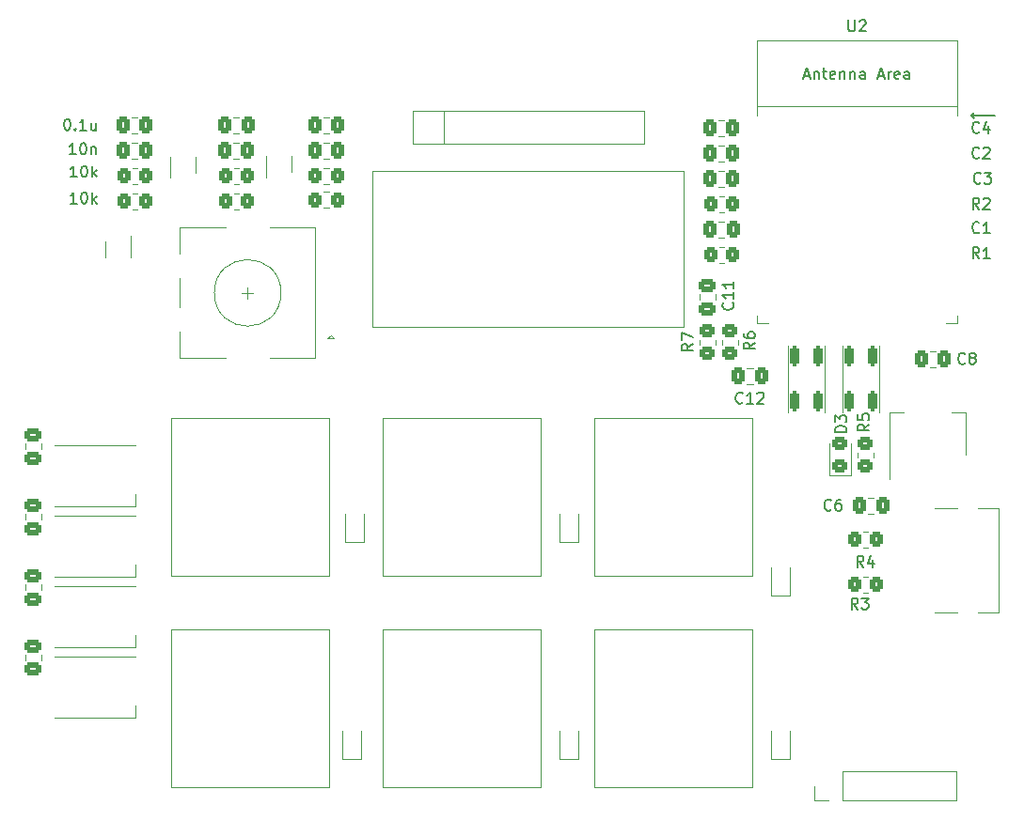
<source format=gbr>
%TF.GenerationSoftware,KiCad,Pcbnew,(6.0.4)*%
%TF.CreationDate,2022-05-01T14:15:37+08:00*%
%TF.ProjectId,S3_module,53335f6d-6f64-4756-9c65-2e6b69636164,rev?*%
%TF.SameCoordinates,Original*%
%TF.FileFunction,Legend,Top*%
%TF.FilePolarity,Positive*%
%FSLAX46Y46*%
G04 Gerber Fmt 4.6, Leading zero omitted, Abs format (unit mm)*
G04 Created by KiCad (PCBNEW (6.0.4)) date 2022-05-01 14:15:37*
%MOMM*%
%LPD*%
G01*
G04 APERTURE LIST*
G04 Aperture macros list*
%AMRoundRect*
0 Rectangle with rounded corners*
0 $1 Rounding radius*
0 $2 $3 $4 $5 $6 $7 $8 $9 X,Y pos of 4 corners*
0 Add a 4 corners polygon primitive as box body*
4,1,4,$2,$3,$4,$5,$6,$7,$8,$9,$2,$3,0*
0 Add four circle primitives for the rounded corners*
1,1,$1+$1,$2,$3*
1,1,$1+$1,$4,$5*
1,1,$1+$1,$6,$7*
1,1,$1+$1,$8,$9*
0 Add four rect primitives between the rounded corners*
20,1,$1+$1,$2,$3,$4,$5,0*
20,1,$1+$1,$4,$5,$6,$7,0*
20,1,$1+$1,$6,$7,$8,$9,0*
20,1,$1+$1,$8,$9,$2,$3,0*%
G04 Aperture macros list end*
%ADD10C,0.150000*%
%ADD11C,0.120000*%
%ADD12RoundRect,0.250000X-0.475000X0.337500X-0.475000X-0.337500X0.475000X-0.337500X0.475000X0.337500X0*%
%ADD13RoundRect,0.250000X0.450000X-0.350000X0.450000X0.350000X-0.450000X0.350000X-0.450000X-0.350000X0*%
%ADD14RoundRect,0.250000X-0.337500X-0.475000X0.337500X-0.475000X0.337500X0.475000X-0.337500X0.475000X0*%
%ADD15R,1.700000X1.700000*%
%ADD16O,1.700000X1.700000*%
%ADD17R,0.450000X0.600000*%
%ADD18C,4.000000*%
%ADD19RoundRect,0.200000X0.200000X-0.700000X0.200000X0.700000X-0.200000X0.700000X-0.200000X-0.700000X0*%
%ADD20RoundRect,0.250000X-0.350000X-0.450000X0.350000X-0.450000X0.350000X0.450000X-0.350000X0.450000X0*%
%ADD21C,2.000000*%
%ADD22R,0.400000X1.500000*%
%ADD23RoundRect,0.250000X0.475000X-0.337500X0.475000X0.337500X-0.475000X0.337500X-0.475000X-0.337500X0*%
%ADD24RoundRect,0.250000X0.337500X0.475000X-0.337500X0.475000X-0.337500X-0.475000X0.337500X-0.475000X0*%
%ADD25R,1.500000X1.000000*%
%ADD26RoundRect,0.250000X0.350000X0.450000X-0.350000X0.450000X-0.350000X-0.450000X0.350000X-0.450000X0*%
%ADD27R,2.000000X2.000000*%
%ADD28R,3.200000X2.000000*%
%ADD29R,0.900000X0.900000*%
%ADD30R,1.500000X0.900000*%
%ADD31R,0.900000X1.500000*%
%ADD32RoundRect,0.250000X0.450000X-0.325000X0.450000X0.325000X-0.450000X0.325000X-0.450000X-0.325000X0*%
%ADD33R,1.500000X2.000000*%
%ADD34R,3.800000X2.000000*%
%ADD35C,0.650000*%
%ADD36R,1.450000X0.600000*%
%ADD37R,1.450000X0.300000*%
%ADD38O,2.100000X1.000000*%
%ADD39O,1.600000X1.000000*%
G04 APERTURE END LIST*
D10*
X98671142Y-92908380D02*
X98099714Y-92908380D01*
X98385428Y-92908380D02*
X98385428Y-91908380D01*
X98290190Y-92051238D01*
X98194952Y-92146476D01*
X98099714Y-92194095D01*
X99290190Y-91908380D02*
X99385428Y-91908380D01*
X99480666Y-91956000D01*
X99528285Y-92003619D01*
X99575904Y-92098857D01*
X99623523Y-92289333D01*
X99623523Y-92527428D01*
X99575904Y-92717904D01*
X99528285Y-92813142D01*
X99480666Y-92860761D01*
X99385428Y-92908380D01*
X99290190Y-92908380D01*
X99194952Y-92860761D01*
X99147333Y-92813142D01*
X99099714Y-92717904D01*
X99052095Y-92527428D01*
X99052095Y-92289333D01*
X99099714Y-92098857D01*
X99147333Y-92003619D01*
X99194952Y-91956000D01*
X99290190Y-91908380D01*
X100052095Y-92908380D02*
X100052095Y-91908380D01*
X100147333Y-92527428D02*
X100433047Y-92908380D01*
X100433047Y-92241714D02*
X100052095Y-92622666D01*
X98671142Y-90525009D02*
X98099714Y-90525009D01*
X98385428Y-90525009D02*
X98385428Y-89525009D01*
X98290190Y-89667867D01*
X98194952Y-89763105D01*
X98099714Y-89810724D01*
X99290190Y-89525009D02*
X99385428Y-89525009D01*
X99480666Y-89572629D01*
X99528285Y-89620248D01*
X99575904Y-89715486D01*
X99623523Y-89905962D01*
X99623523Y-90144057D01*
X99575904Y-90334533D01*
X99528285Y-90429771D01*
X99480666Y-90477390D01*
X99385428Y-90525009D01*
X99290190Y-90525009D01*
X99194952Y-90477390D01*
X99147333Y-90429771D01*
X99099714Y-90334533D01*
X99052095Y-90144057D01*
X99052095Y-89905962D01*
X99099714Y-89715486D01*
X99147333Y-89620248D01*
X99194952Y-89572629D01*
X99290190Y-89525009D01*
X100052095Y-90525009D02*
X100052095Y-89525009D01*
X100147333Y-90144057D02*
X100433047Y-90525009D01*
X100433047Y-89858343D02*
X100052095Y-90239295D01*
X98575904Y-88463380D02*
X98004476Y-88463380D01*
X98290190Y-88463380D02*
X98290190Y-87463380D01*
X98194952Y-87606238D01*
X98099714Y-87701476D01*
X98004476Y-87749095D01*
X99194952Y-87463380D02*
X99290190Y-87463380D01*
X99385428Y-87511000D01*
X99433047Y-87558619D01*
X99480666Y-87653857D01*
X99528285Y-87844333D01*
X99528285Y-88082428D01*
X99480666Y-88272904D01*
X99433047Y-88368142D01*
X99385428Y-88415761D01*
X99290190Y-88463380D01*
X99194952Y-88463380D01*
X99099714Y-88415761D01*
X99052095Y-88368142D01*
X99004476Y-88272904D01*
X98956857Y-88082428D01*
X98956857Y-87844333D01*
X99004476Y-87653857D01*
X99052095Y-87558619D01*
X99099714Y-87511000D01*
X99194952Y-87463380D01*
X99956857Y-87796714D02*
X99956857Y-88463380D01*
X99956857Y-87891952D02*
X100004476Y-87844333D01*
X100099714Y-87796714D01*
X100242571Y-87796714D01*
X100337809Y-87844333D01*
X100385428Y-87939571D01*
X100385428Y-88463380D01*
X97766381Y-85304380D02*
X97861619Y-85304380D01*
X97956857Y-85352000D01*
X98004476Y-85399619D01*
X98052095Y-85494857D01*
X98099714Y-85685333D01*
X98099714Y-85923428D01*
X98052095Y-86113904D01*
X98004476Y-86209142D01*
X97956857Y-86256761D01*
X97861619Y-86304380D01*
X97766381Y-86304380D01*
X97671143Y-86256761D01*
X97623524Y-86209142D01*
X97575905Y-86113904D01*
X97528286Y-85923428D01*
X97528286Y-85685333D01*
X97575905Y-85494857D01*
X97623524Y-85399619D01*
X97671143Y-85352000D01*
X97766381Y-85304380D01*
X98528286Y-86209142D02*
X98575905Y-86256761D01*
X98528286Y-86304380D01*
X98480667Y-86256761D01*
X98528286Y-86209142D01*
X98528286Y-86304380D01*
X99528286Y-86304380D02*
X98956857Y-86304380D01*
X99242571Y-86304380D02*
X99242571Y-85304380D01*
X99147333Y-85447238D01*
X99052095Y-85542476D01*
X98956857Y-85590095D01*
X100385428Y-85637714D02*
X100385428Y-86304380D01*
X99956857Y-85637714D02*
X99956857Y-86161523D01*
X100004476Y-86256761D01*
X100099714Y-86304380D01*
X100242571Y-86304380D01*
X100337809Y-86256761D01*
X100385428Y-86209142D01*
X179197000Y-84963000D02*
X179451000Y-85217000D01*
X179451000Y-84709000D02*
X179197000Y-84963000D01*
X181356000Y-84963000D02*
X179197000Y-84963000D01*
X179197000Y-84963000D02*
X181356000Y-84963000D01*
%TO.C,R5*%
X169997380Y-112815666D02*
X169521190Y-113149000D01*
X169997380Y-113387095D02*
X168997380Y-113387095D01*
X168997380Y-113006142D01*
X169045000Y-112910904D01*
X169092619Y-112863285D01*
X169187857Y-112815666D01*
X169330714Y-112815666D01*
X169425952Y-112863285D01*
X169473571Y-112910904D01*
X169521190Y-113006142D01*
X169521190Y-113387095D01*
X168997380Y-111910904D02*
X168997380Y-112387095D01*
X169473571Y-112434714D01*
X169425952Y-112387095D01*
X169378333Y-112291857D01*
X169378333Y-112053761D01*
X169425952Y-111958523D01*
X169473571Y-111910904D01*
X169568809Y-111863285D01*
X169806904Y-111863285D01*
X169902142Y-111910904D01*
X169949761Y-111958523D01*
X169997380Y-112053761D01*
X169997380Y-112291857D01*
X169949761Y-112387095D01*
X169902142Y-112434714D01*
%TO.C,C3*%
X180046333Y-91035142D02*
X179998714Y-91082761D01*
X179855857Y-91130380D01*
X179760619Y-91130380D01*
X179617761Y-91082761D01*
X179522523Y-90987523D01*
X179474904Y-90892285D01*
X179427285Y-90701809D01*
X179427285Y-90558952D01*
X179474904Y-90368476D01*
X179522523Y-90273238D01*
X179617761Y-90178000D01*
X179760619Y-90130380D01*
X179855857Y-90130380D01*
X179998714Y-90178000D01*
X180046333Y-90225619D01*
X180379666Y-90130380D02*
X180998714Y-90130380D01*
X180665380Y-90511333D01*
X180808238Y-90511333D01*
X180903476Y-90558952D01*
X180951095Y-90606571D01*
X180998714Y-90701809D01*
X180998714Y-90939904D01*
X180951095Y-91035142D01*
X180903476Y-91082761D01*
X180808238Y-91130380D01*
X180522523Y-91130380D01*
X180427285Y-91082761D01*
X180379666Y-91035142D01*
%TO.C,R2*%
X179919333Y-93416380D02*
X179586000Y-92940190D01*
X179347904Y-93416380D02*
X179347904Y-92416380D01*
X179728857Y-92416380D01*
X179824095Y-92464000D01*
X179871714Y-92511619D01*
X179919333Y-92606857D01*
X179919333Y-92749714D01*
X179871714Y-92844952D01*
X179824095Y-92892571D01*
X179728857Y-92940190D01*
X179347904Y-92940190D01*
X180300285Y-92511619D02*
X180347904Y-92464000D01*
X180443142Y-92416380D01*
X180681238Y-92416380D01*
X180776476Y-92464000D01*
X180824095Y-92511619D01*
X180871714Y-92606857D01*
X180871714Y-92702095D01*
X180824095Y-92844952D01*
X180252666Y-93416380D01*
X180871714Y-93416380D01*
%TO.C,R6*%
X159710380Y-105449666D02*
X159234190Y-105783000D01*
X159710380Y-106021095D02*
X158710380Y-106021095D01*
X158710380Y-105640142D01*
X158758000Y-105544904D01*
X158805619Y-105497285D01*
X158900857Y-105449666D01*
X159043714Y-105449666D01*
X159138952Y-105497285D01*
X159186571Y-105544904D01*
X159234190Y-105640142D01*
X159234190Y-106021095D01*
X158710380Y-104592523D02*
X158710380Y-104783000D01*
X158758000Y-104878238D01*
X158805619Y-104925857D01*
X158948476Y-105021095D01*
X159138952Y-105068714D01*
X159519904Y-105068714D01*
X159615142Y-105021095D01*
X159662761Y-104973476D01*
X159710380Y-104878238D01*
X159710380Y-104687761D01*
X159662761Y-104592523D01*
X159615142Y-104544904D01*
X159519904Y-104497285D01*
X159281809Y-104497285D01*
X159186571Y-104544904D01*
X159138952Y-104592523D01*
X159091333Y-104687761D01*
X159091333Y-104878238D01*
X159138952Y-104973476D01*
X159186571Y-105021095D01*
X159281809Y-105068714D01*
%TO.C,C12*%
X158615142Y-110847142D02*
X158567523Y-110894761D01*
X158424666Y-110942380D01*
X158329428Y-110942380D01*
X158186571Y-110894761D01*
X158091333Y-110799523D01*
X158043714Y-110704285D01*
X157996095Y-110513809D01*
X157996095Y-110370952D01*
X158043714Y-110180476D01*
X158091333Y-110085238D01*
X158186571Y-109990000D01*
X158329428Y-109942380D01*
X158424666Y-109942380D01*
X158567523Y-109990000D01*
X158615142Y-110037619D01*
X159567523Y-110942380D02*
X158996095Y-110942380D01*
X159281809Y-110942380D02*
X159281809Y-109942380D01*
X159186571Y-110085238D01*
X159091333Y-110180476D01*
X158996095Y-110228095D01*
X159948476Y-110037619D02*
X159996095Y-109990000D01*
X160091333Y-109942380D01*
X160329428Y-109942380D01*
X160424666Y-109990000D01*
X160472285Y-110037619D01*
X160519904Y-110132857D01*
X160519904Y-110228095D01*
X160472285Y-110370952D01*
X159900857Y-110942380D01*
X160519904Y-110942380D01*
%TO.C,C11*%
X157710142Y-101861857D02*
X157757761Y-101909476D01*
X157805380Y-102052333D01*
X157805380Y-102147571D01*
X157757761Y-102290428D01*
X157662523Y-102385666D01*
X157567285Y-102433285D01*
X157376809Y-102480904D01*
X157233952Y-102480904D01*
X157043476Y-102433285D01*
X156948238Y-102385666D01*
X156853000Y-102290428D01*
X156805380Y-102147571D01*
X156805380Y-102052333D01*
X156853000Y-101909476D01*
X156900619Y-101861857D01*
X157805380Y-100909476D02*
X157805380Y-101480904D01*
X157805380Y-101195190D02*
X156805380Y-101195190D01*
X156948238Y-101290428D01*
X157043476Y-101385666D01*
X157091095Y-101480904D01*
X157805380Y-99957095D02*
X157805380Y-100528523D01*
X157805380Y-100242809D02*
X156805380Y-100242809D01*
X156948238Y-100338047D01*
X157043476Y-100433285D01*
X157091095Y-100528523D01*
%TO.C,C2*%
X179919333Y-88749142D02*
X179871714Y-88796761D01*
X179728857Y-88844380D01*
X179633619Y-88844380D01*
X179490761Y-88796761D01*
X179395523Y-88701523D01*
X179347904Y-88606285D01*
X179300285Y-88415809D01*
X179300285Y-88272952D01*
X179347904Y-88082476D01*
X179395523Y-87987238D01*
X179490761Y-87892000D01*
X179633619Y-87844380D01*
X179728857Y-87844380D01*
X179871714Y-87892000D01*
X179919333Y-87939619D01*
X180300285Y-87939619D02*
X180347904Y-87892000D01*
X180443142Y-87844380D01*
X180681238Y-87844380D01*
X180776476Y-87892000D01*
X180824095Y-87939619D01*
X180871714Y-88034857D01*
X180871714Y-88130095D01*
X180824095Y-88272952D01*
X180252666Y-88844380D01*
X180871714Y-88844380D01*
%TO.C,C1*%
X179919333Y-95480142D02*
X179871714Y-95527761D01*
X179728857Y-95575380D01*
X179633619Y-95575380D01*
X179490761Y-95527761D01*
X179395523Y-95432523D01*
X179347904Y-95337285D01*
X179300285Y-95146809D01*
X179300285Y-95003952D01*
X179347904Y-94813476D01*
X179395523Y-94718238D01*
X179490761Y-94623000D01*
X179633619Y-94575380D01*
X179728857Y-94575380D01*
X179871714Y-94623000D01*
X179919333Y-94670619D01*
X180871714Y-95575380D02*
X180300285Y-95575380D01*
X180586000Y-95575380D02*
X180586000Y-94575380D01*
X180490761Y-94718238D01*
X180395523Y-94813476D01*
X180300285Y-94861095D01*
%TO.C,C4*%
X179919333Y-86463142D02*
X179871714Y-86510761D01*
X179728857Y-86558380D01*
X179633619Y-86558380D01*
X179490761Y-86510761D01*
X179395523Y-86415523D01*
X179347904Y-86320285D01*
X179300285Y-86129809D01*
X179300285Y-85986952D01*
X179347904Y-85796476D01*
X179395523Y-85701238D01*
X179490761Y-85606000D01*
X179633619Y-85558380D01*
X179728857Y-85558380D01*
X179871714Y-85606000D01*
X179919333Y-85653619D01*
X180776476Y-85891714D02*
X180776476Y-86558380D01*
X180538380Y-85510761D02*
X180300285Y-86225047D01*
X180919333Y-86225047D01*
%TO.C,R7*%
X154122380Y-105576666D02*
X153646190Y-105910000D01*
X154122380Y-106148095D02*
X153122380Y-106148095D01*
X153122380Y-105767142D01*
X153170000Y-105671904D01*
X153217619Y-105624285D01*
X153312857Y-105576666D01*
X153455714Y-105576666D01*
X153550952Y-105624285D01*
X153598571Y-105671904D01*
X153646190Y-105767142D01*
X153646190Y-106148095D01*
X153122380Y-105243333D02*
X153122380Y-104576666D01*
X154122380Y-105005238D01*
%TO.C,R4*%
X169505333Y-125674380D02*
X169172000Y-125198190D01*
X168933904Y-125674380D02*
X168933904Y-124674380D01*
X169314857Y-124674380D01*
X169410095Y-124722000D01*
X169457714Y-124769619D01*
X169505333Y-124864857D01*
X169505333Y-125007714D01*
X169457714Y-125102952D01*
X169410095Y-125150571D01*
X169314857Y-125198190D01*
X168933904Y-125198190D01*
X170362476Y-125007714D02*
X170362476Y-125674380D01*
X170124380Y-124626761D02*
X169886285Y-125341047D01*
X170505333Y-125341047D01*
%TO.C,U2*%
X168148095Y-76382380D02*
X168148095Y-77191904D01*
X168195714Y-77287142D01*
X168243333Y-77334761D01*
X168338571Y-77382380D01*
X168529047Y-77382380D01*
X168624285Y-77334761D01*
X168671904Y-77287142D01*
X168719523Y-77191904D01*
X168719523Y-76382380D01*
X169148095Y-76477619D02*
X169195714Y-76430000D01*
X169290952Y-76382380D01*
X169529047Y-76382380D01*
X169624285Y-76430000D01*
X169671904Y-76477619D01*
X169719523Y-76572857D01*
X169719523Y-76668095D01*
X169671904Y-76810952D01*
X169100476Y-77382380D01*
X169719523Y-77382380D01*
X164148095Y-81396666D02*
X164624285Y-81396666D01*
X164052857Y-81682380D02*
X164386190Y-80682380D01*
X164719523Y-81682380D01*
X165052857Y-81015714D02*
X165052857Y-81682380D01*
X165052857Y-81110952D02*
X165100476Y-81063333D01*
X165195714Y-81015714D01*
X165338571Y-81015714D01*
X165433809Y-81063333D01*
X165481428Y-81158571D01*
X165481428Y-81682380D01*
X165814761Y-81015714D02*
X166195714Y-81015714D01*
X165957619Y-80682380D02*
X165957619Y-81539523D01*
X166005238Y-81634761D01*
X166100476Y-81682380D01*
X166195714Y-81682380D01*
X166910000Y-81634761D02*
X166814761Y-81682380D01*
X166624285Y-81682380D01*
X166529047Y-81634761D01*
X166481428Y-81539523D01*
X166481428Y-81158571D01*
X166529047Y-81063333D01*
X166624285Y-81015714D01*
X166814761Y-81015714D01*
X166910000Y-81063333D01*
X166957619Y-81158571D01*
X166957619Y-81253809D01*
X166481428Y-81349047D01*
X167386190Y-81015714D02*
X167386190Y-81682380D01*
X167386190Y-81110952D02*
X167433809Y-81063333D01*
X167529047Y-81015714D01*
X167671904Y-81015714D01*
X167767142Y-81063333D01*
X167814761Y-81158571D01*
X167814761Y-81682380D01*
X168290952Y-81015714D02*
X168290952Y-81682380D01*
X168290952Y-81110952D02*
X168338571Y-81063333D01*
X168433809Y-81015714D01*
X168576666Y-81015714D01*
X168671904Y-81063333D01*
X168719523Y-81158571D01*
X168719523Y-81682380D01*
X169624285Y-81682380D02*
X169624285Y-81158571D01*
X169576666Y-81063333D01*
X169481428Y-81015714D01*
X169290952Y-81015714D01*
X169195714Y-81063333D01*
X169624285Y-81634761D02*
X169529047Y-81682380D01*
X169290952Y-81682380D01*
X169195714Y-81634761D01*
X169148095Y-81539523D01*
X169148095Y-81444285D01*
X169195714Y-81349047D01*
X169290952Y-81301428D01*
X169529047Y-81301428D01*
X169624285Y-81253809D01*
X170814761Y-81396666D02*
X171290952Y-81396666D01*
X170719523Y-81682380D02*
X171052857Y-80682380D01*
X171386190Y-81682380D01*
X171719523Y-81682380D02*
X171719523Y-81015714D01*
X171719523Y-81206190D02*
X171767142Y-81110952D01*
X171814761Y-81063333D01*
X171910000Y-81015714D01*
X172005238Y-81015714D01*
X172719523Y-81634761D02*
X172624285Y-81682380D01*
X172433809Y-81682380D01*
X172338571Y-81634761D01*
X172290952Y-81539523D01*
X172290952Y-81158571D01*
X172338571Y-81063333D01*
X172433809Y-81015714D01*
X172624285Y-81015714D01*
X172719523Y-81063333D01*
X172767142Y-81158571D01*
X172767142Y-81253809D01*
X172290952Y-81349047D01*
X173624285Y-81682380D02*
X173624285Y-81158571D01*
X173576666Y-81063333D01*
X173481428Y-81015714D01*
X173290952Y-81015714D01*
X173195714Y-81063333D01*
X173624285Y-81634761D02*
X173529047Y-81682380D01*
X173290952Y-81682380D01*
X173195714Y-81634761D01*
X173148095Y-81539523D01*
X173148095Y-81444285D01*
X173195714Y-81349047D01*
X173290952Y-81301428D01*
X173529047Y-81301428D01*
X173624285Y-81253809D01*
%TO.C,R1*%
X179919333Y-97861380D02*
X179586000Y-97385190D01*
X179347904Y-97861380D02*
X179347904Y-96861380D01*
X179728857Y-96861380D01*
X179824095Y-96909000D01*
X179871714Y-96956619D01*
X179919333Y-97051857D01*
X179919333Y-97194714D01*
X179871714Y-97289952D01*
X179824095Y-97337571D01*
X179728857Y-97385190D01*
X179347904Y-97385190D01*
X180871714Y-97861380D02*
X180300285Y-97861380D01*
X180586000Y-97861380D02*
X180586000Y-96861380D01*
X180490761Y-97004238D01*
X180395523Y-97099476D01*
X180300285Y-97147095D01*
%TO.C,R3*%
X168997333Y-129484380D02*
X168664000Y-129008190D01*
X168425904Y-129484380D02*
X168425904Y-128484380D01*
X168806857Y-128484380D01*
X168902095Y-128532000D01*
X168949714Y-128579619D01*
X168997333Y-128674857D01*
X168997333Y-128817714D01*
X168949714Y-128912952D01*
X168902095Y-128960571D01*
X168806857Y-129008190D01*
X168425904Y-129008190D01*
X169330666Y-128484380D02*
X169949714Y-128484380D01*
X169616380Y-128865333D01*
X169759238Y-128865333D01*
X169854476Y-128912952D01*
X169902095Y-128960571D01*
X169949714Y-129055809D01*
X169949714Y-129293904D01*
X169902095Y-129389142D01*
X169854476Y-129436761D01*
X169759238Y-129484380D01*
X169473523Y-129484380D01*
X169378285Y-129436761D01*
X169330666Y-129389142D01*
%TO.C,D3*%
X167965380Y-113514095D02*
X166965380Y-113514095D01*
X166965380Y-113276000D01*
X167013000Y-113133142D01*
X167108238Y-113037904D01*
X167203476Y-112990285D01*
X167393952Y-112942666D01*
X167536809Y-112942666D01*
X167727285Y-112990285D01*
X167822523Y-113037904D01*
X167917761Y-113133142D01*
X167965380Y-113276000D01*
X167965380Y-113514095D01*
X166965380Y-112609333D02*
X166965380Y-111990285D01*
X167346333Y-112323619D01*
X167346333Y-112180761D01*
X167393952Y-112085523D01*
X167441571Y-112037904D01*
X167536809Y-111990285D01*
X167774904Y-111990285D01*
X167870142Y-112037904D01*
X167917761Y-112085523D01*
X167965380Y-112180761D01*
X167965380Y-112466476D01*
X167917761Y-112561714D01*
X167870142Y-112609333D01*
%TO.C,C6*%
X166584333Y-120499142D02*
X166536714Y-120546761D01*
X166393857Y-120594380D01*
X166298619Y-120594380D01*
X166155761Y-120546761D01*
X166060523Y-120451523D01*
X166012904Y-120356285D01*
X165965285Y-120165809D01*
X165965285Y-120022952D01*
X166012904Y-119832476D01*
X166060523Y-119737238D01*
X166155761Y-119642000D01*
X166298619Y-119594380D01*
X166393857Y-119594380D01*
X166536714Y-119642000D01*
X166584333Y-119689619D01*
X167441476Y-119594380D02*
X167251000Y-119594380D01*
X167155761Y-119642000D01*
X167108142Y-119689619D01*
X167012904Y-119832476D01*
X166965285Y-120022952D01*
X166965285Y-120403904D01*
X167012904Y-120499142D01*
X167060523Y-120546761D01*
X167155761Y-120594380D01*
X167346238Y-120594380D01*
X167441476Y-120546761D01*
X167489095Y-120499142D01*
X167536714Y-120403904D01*
X167536714Y-120165809D01*
X167489095Y-120070571D01*
X167441476Y-120022952D01*
X167346238Y-119975333D01*
X167155761Y-119975333D01*
X167060523Y-120022952D01*
X167012904Y-120070571D01*
X166965285Y-120165809D01*
%TO.C,C8*%
X178649333Y-107291142D02*
X178601714Y-107338761D01*
X178458857Y-107386380D01*
X178363619Y-107386380D01*
X178220761Y-107338761D01*
X178125523Y-107243523D01*
X178077904Y-107148285D01*
X178030285Y-106957809D01*
X178030285Y-106814952D01*
X178077904Y-106624476D01*
X178125523Y-106529238D01*
X178220761Y-106434000D01*
X178363619Y-106386380D01*
X178458857Y-106386380D01*
X178601714Y-106434000D01*
X178649333Y-106481619D01*
X179220761Y-106814952D02*
X179125523Y-106767333D01*
X179077904Y-106719714D01*
X179030285Y-106624476D01*
X179030285Y-106576857D01*
X179077904Y-106481619D01*
X179125523Y-106434000D01*
X179220761Y-106386380D01*
X179411238Y-106386380D01*
X179506476Y-106434000D01*
X179554095Y-106481619D01*
X179601714Y-106576857D01*
X179601714Y-106624476D01*
X179554095Y-106719714D01*
X179506476Y-106767333D01*
X179411238Y-106814952D01*
X179220761Y-106814952D01*
X179125523Y-106862571D01*
X179077904Y-106910190D01*
X179030285Y-107005428D01*
X179030285Y-107195904D01*
X179077904Y-107291142D01*
X179125523Y-107338761D01*
X179220761Y-107386380D01*
X179411238Y-107386380D01*
X179506476Y-107338761D01*
X179554095Y-107291142D01*
X179601714Y-107195904D01*
X179601714Y-107005428D01*
X179554095Y-106910190D01*
X179506476Y-106862571D01*
X179411238Y-106814952D01*
D11*
%TO.C,C5*%
X94007000Y-133575248D02*
X94007000Y-134097752D01*
X95477000Y-133575248D02*
X95477000Y-134097752D01*
%TO.C,R5*%
X168937000Y-115797064D02*
X168937000Y-115342936D01*
X170407000Y-115797064D02*
X170407000Y-115342936D01*
%TO.C,C3*%
X156435248Y-91413000D02*
X156957752Y-91413000D01*
X156435248Y-89943000D02*
X156957752Y-89943000D01*
%TO.C,J2*%
X167645000Y-146745000D02*
X167645000Y-144085000D01*
X165045000Y-146745000D02*
X165045000Y-145415000D01*
X177865000Y-146745000D02*
X177865000Y-144085000D01*
X167645000Y-144085000D02*
X177865000Y-144085000D01*
X167645000Y-146745000D02*
X177865000Y-146745000D01*
X166375000Y-146745000D02*
X165045000Y-146745000D01*
%TO.C,D7*%
X122594000Y-142978000D02*
X124294000Y-142978000D01*
X124294000Y-142978000D02*
X124294000Y-140428000D01*
X122594000Y-142978000D02*
X122594000Y-140428000D01*
%TO.C,D6*%
X124548000Y-123420000D02*
X124548000Y-120870000D01*
X122848000Y-123420000D02*
X122848000Y-120870000D01*
X122848000Y-123420000D02*
X124548000Y-123420000D01*
%TO.C,SW4*%
X107200000Y-126480000D02*
X121400000Y-126480000D01*
X121400000Y-126480000D02*
X121400000Y-112280000D01*
X121400000Y-112280000D02*
X107200000Y-112280000D01*
X107200000Y-112280000D02*
X107200000Y-126480000D01*
%TO.C,SW2*%
X165988000Y-111696000D02*
X165988000Y-105696000D01*
X162688000Y-111696000D02*
X162688000Y-105696000D01*
%TO.C,C18*%
X103603248Y-85117000D02*
X104125752Y-85117000D01*
X103603248Y-86587000D02*
X104125752Y-86587000D01*
%TO.C,C14*%
X120875248Y-87403000D02*
X121397752Y-87403000D01*
X120875248Y-88873000D02*
X121397752Y-88873000D01*
%TO.C,SW1*%
X170880000Y-111696000D02*
X170880000Y-105696000D01*
X167580000Y-111696000D02*
X167580000Y-105696000D01*
%TO.C,R10*%
X103674936Y-89689000D02*
X104129064Y-89689000D01*
X103674936Y-91159000D02*
X104129064Y-91159000D01*
%TO.C,U6*%
X149709000Y-84520000D02*
X149709000Y-87520000D01*
X131699000Y-84520000D02*
X131699000Y-87520000D01*
X128929000Y-84520000D02*
X149709000Y-84520000D01*
X128929000Y-87520000D02*
X128929000Y-84520000D01*
X149709000Y-87520000D02*
X128929000Y-87520000D01*
X125319000Y-90020000D02*
X153319000Y-90020000D01*
X153319000Y-90020000D02*
X153319000Y-104020000D01*
X153319000Y-104020000D02*
X125319000Y-104020000D01*
X125319000Y-104020000D02*
X125319000Y-90020000D01*
%TO.C,U5*%
X101202000Y-96328000D02*
X101202000Y-97728000D01*
X103522000Y-97728000D02*
X103522000Y-95828000D01*
%TO.C,R2*%
X156506936Y-93699000D02*
X156961064Y-93699000D01*
X156506936Y-92229000D02*
X156961064Y-92229000D01*
%TO.C,D8*%
X143852000Y-123420000D02*
X143852000Y-120870000D01*
X142152000Y-123420000D02*
X143852000Y-123420000D01*
X142152000Y-123420000D02*
X142152000Y-120870000D01*
%TO.C,R6*%
X158215000Y-105637064D02*
X158215000Y-105182936D01*
X156745000Y-105637064D02*
X156745000Y-105182936D01*
%TO.C,C12*%
X159018248Y-107723000D02*
X159540752Y-107723000D01*
X159018248Y-109193000D02*
X159540752Y-109193000D01*
%TO.C,C9*%
X95477000Y-120896748D02*
X95477000Y-121419252D01*
X94007000Y-120896748D02*
X94007000Y-121419252D01*
%TO.C,C11*%
X156183000Y-101607252D02*
X156183000Y-101084748D01*
X154713000Y-101607252D02*
X154713000Y-101084748D01*
%TO.C,C16*%
X112763248Y-85117000D02*
X113285752Y-85117000D01*
X112763248Y-86587000D02*
X113285752Y-86587000D01*
%TO.C,C2*%
X156957752Y-89127000D02*
X156435248Y-89127000D01*
X156957752Y-87657000D02*
X156435248Y-87657000D01*
%TO.C,D2*%
X103980000Y-126575000D02*
X103980000Y-125425000D01*
X96680000Y-121075000D02*
X103980000Y-121075000D01*
X96680000Y-126575000D02*
X103980000Y-126575000D01*
%TO.C,C1*%
X156979252Y-94515000D02*
X156456748Y-94515000D01*
X156979252Y-95985000D02*
X156456748Y-95985000D01*
%TO.C,R8*%
X112818936Y-91159000D02*
X113273064Y-91159000D01*
X112818936Y-89689000D02*
X113273064Y-89689000D01*
%TO.C,C7*%
X94007000Y-114546748D02*
X94007000Y-115069252D01*
X95477000Y-114546748D02*
X95477000Y-115069252D01*
%TO.C,C4*%
X156957752Y-85371000D02*
X156435248Y-85371000D01*
X156957752Y-86841000D02*
X156435248Y-86841000D01*
%TO.C,R7*%
X154713000Y-105637064D02*
X154713000Y-105182936D01*
X156183000Y-105637064D02*
X156183000Y-105182936D01*
%TO.C,U3*%
X109364000Y-90108000D02*
X109364000Y-88708000D01*
X107044000Y-88708000D02*
X107044000Y-90608000D01*
%TO.C,R4*%
X169915064Y-123925000D02*
X169460936Y-123925000D01*
X169915064Y-122455000D02*
X169460936Y-122455000D01*
%TO.C,C15*%
X103603248Y-88873000D02*
X104125752Y-88873000D01*
X103603248Y-87403000D02*
X104125752Y-87403000D01*
%TO.C,R9*%
X120909436Y-89689000D02*
X121363564Y-89689000D01*
X120909436Y-91159000D02*
X121363564Y-91159000D01*
%TO.C,D1*%
X96680000Y-114725000D02*
X103980000Y-114725000D01*
X96680000Y-120225000D02*
X103980000Y-120225000D01*
X103980000Y-120225000D02*
X103980000Y-119075000D01*
%TO.C,D4*%
X103980000Y-132925000D02*
X103980000Y-131775000D01*
X96680000Y-132925000D02*
X103980000Y-132925000D01*
X96680000Y-127425000D02*
X103980000Y-127425000D01*
%TO.C,SW9*%
X145300000Y-145530000D02*
X159500000Y-145530000D01*
X145300000Y-131330000D02*
X145300000Y-145530000D01*
X159500000Y-145530000D02*
X159500000Y-131330000D01*
X159500000Y-131330000D02*
X145300000Y-131330000D01*
%TO.C,SW3*%
X107950000Y-102265000D02*
X107950000Y-99665000D01*
X121850000Y-105065000D02*
X121250000Y-105065000D01*
X114050000Y-101465000D02*
X114050000Y-100465000D01*
X121550000Y-104765000D02*
X121850000Y-105065000D01*
X116050000Y-106865000D02*
X120150000Y-106865000D01*
X107950000Y-97465000D02*
X107950000Y-95065000D01*
X107950000Y-95065000D02*
X112050000Y-95065000D01*
X120150000Y-106865000D02*
X120150000Y-95065000D01*
X107950000Y-106865000D02*
X107950000Y-104465000D01*
X112050000Y-106865000D02*
X107950000Y-106865000D01*
X114550000Y-100965000D02*
X113550000Y-100965000D01*
X116050000Y-95065000D02*
X120150000Y-95065000D01*
X121250000Y-105065000D02*
X121550000Y-104765000D01*
X117050000Y-100965000D02*
G75*
G03*
X117050000Y-100965000I-3000000J0D01*
G01*
%TO.C,D9*%
X142152000Y-142978000D02*
X143852000Y-142978000D01*
X142152000Y-142978000D02*
X142152000Y-140428000D01*
X143852000Y-142978000D02*
X143852000Y-140428000D01*
%TO.C,SW6*%
X126250000Y-112280000D02*
X126250000Y-126480000D01*
X140450000Y-126480000D02*
X140450000Y-112280000D01*
X140450000Y-112280000D02*
X126250000Y-112280000D01*
X126250000Y-126480000D02*
X140450000Y-126480000D01*
%TO.C,U2*%
X159910000Y-78230000D02*
X177910000Y-78230000D01*
X159910000Y-102980000D02*
X159910000Y-103730000D01*
X177910000Y-84170000D02*
X159910000Y-84170000D01*
X177910000Y-103730000D02*
X176910000Y-103730000D01*
X159910000Y-78230000D02*
X159910000Y-84980000D01*
X177910000Y-102980000D02*
X177910000Y-103730000D01*
X177910000Y-78230000D02*
X177910000Y-84980000D01*
X159910000Y-103730000D02*
X160910000Y-103730000D01*
%TO.C,R13*%
X104129064Y-93445000D02*
X103674936Y-93445000D01*
X104129064Y-91975000D02*
X103674936Y-91975000D01*
%TO.C,C17*%
X120875248Y-85117000D02*
X121397752Y-85117000D01*
X120875248Y-86587000D02*
X121397752Y-86587000D01*
%TO.C,R12*%
X121363564Y-93318000D02*
X120909436Y-93318000D01*
X121363564Y-91848000D02*
X120909436Y-91848000D01*
%TO.C,R1*%
X156490936Y-96801000D02*
X156945064Y-96801000D01*
X156490936Y-98271000D02*
X156945064Y-98271000D01*
%TO.C,R3*%
X169915064Y-127989000D02*
X169460936Y-127989000D01*
X169915064Y-126519000D02*
X169460936Y-126519000D01*
%TO.C,D10*%
X162902000Y-128246000D02*
X162902000Y-125696000D01*
X161202000Y-128246000D02*
X162902000Y-128246000D01*
X161202000Y-128246000D02*
X161202000Y-125696000D01*
%TO.C,R11*%
X113273064Y-93445000D02*
X112818936Y-93445000D01*
X113273064Y-91975000D02*
X112818936Y-91975000D01*
%TO.C,C10*%
X94007000Y-127246748D02*
X94007000Y-127769252D01*
X95477000Y-127246748D02*
X95477000Y-127769252D01*
%TO.C,SW7*%
X140450000Y-145530000D02*
X140450000Y-131330000D01*
X126250000Y-145530000D02*
X140450000Y-145530000D01*
X140450000Y-131330000D02*
X126250000Y-131330000D01*
X126250000Y-131330000D02*
X126250000Y-145530000D01*
%TO.C,C13*%
X112747248Y-87403000D02*
X113269752Y-87403000D01*
X112747248Y-88873000D02*
X113269752Y-88873000D01*
%TO.C,D3*%
X166426000Y-117430000D02*
X168346000Y-117430000D01*
X166426000Y-114570000D02*
X166426000Y-117430000D01*
X168346000Y-117430000D02*
X168346000Y-114570000D01*
%TO.C,C6*%
X170441252Y-120877000D02*
X169918748Y-120877000D01*
X170441252Y-119407000D02*
X169918748Y-119407000D01*
%TO.C,D5*%
X96680000Y-139275000D02*
X103980000Y-139275000D01*
X96680000Y-133775000D02*
X103980000Y-133775000D01*
X103980000Y-139275000D02*
X103980000Y-138125000D01*
%TO.C,U4*%
X118000000Y-90048000D02*
X118000000Y-88648000D01*
X115680000Y-88648000D02*
X115680000Y-90548000D01*
%TO.C,U1*%
X171850000Y-111755000D02*
X173110000Y-111755000D01*
X171850000Y-117765000D02*
X171850000Y-111755000D01*
X178670000Y-111755000D02*
X177410000Y-111755000D01*
X178670000Y-115515000D02*
X178670000Y-111755000D01*
%TO.C,J1*%
X179800000Y-129795000D02*
X181700000Y-129795000D01*
X179800000Y-120395000D02*
X181700000Y-120395000D01*
X175900000Y-120395000D02*
X177900000Y-120395000D01*
X181700000Y-129795000D02*
X181700000Y-120395000D01*
X175900000Y-129795000D02*
X177900000Y-129795000D01*
%TO.C,SW5*%
X121400000Y-131330000D02*
X107200000Y-131330000D01*
X121400000Y-145530000D02*
X121400000Y-131330000D01*
X107200000Y-145530000D02*
X121400000Y-145530000D01*
X107200000Y-131330000D02*
X107200000Y-145530000D01*
%TO.C,D11*%
X161202000Y-142978000D02*
X161202000Y-140428000D01*
X161202000Y-142978000D02*
X162902000Y-142978000D01*
X162902000Y-142978000D02*
X162902000Y-140428000D01*
%TO.C,C8*%
X176007752Y-107669000D02*
X175485248Y-107669000D01*
X176007752Y-106199000D02*
X175485248Y-106199000D01*
%TO.C,SW8*%
X159500000Y-126480000D02*
X159500000Y-112280000D01*
X145300000Y-112280000D02*
X145300000Y-126480000D01*
X145300000Y-126480000D02*
X159500000Y-126480000D01*
X159500000Y-112280000D02*
X145300000Y-112280000D01*
%TD*%
%LPC*%
D12*
%TO.C,C5*%
X94742000Y-132799000D03*
X94742000Y-134874000D03*
%TD*%
D13*
%TO.C,R5*%
X169672000Y-116570000D03*
X169672000Y-114570000D03*
%TD*%
D14*
%TO.C,C3*%
X155659000Y-90678000D03*
X157734000Y-90678000D03*
%TD*%
D15*
%TO.C,J2*%
X166375000Y-145415000D03*
D16*
X168915000Y-145415000D03*
X171455000Y-145415000D03*
X173995000Y-145415000D03*
X176535000Y-145415000D03*
%TD*%
D17*
%TO.C,D7*%
X123444000Y-142528000D03*
X123444000Y-140428000D03*
%TD*%
%TO.C,D6*%
X123698000Y-122970000D03*
X123698000Y-120870000D03*
%TD*%
D18*
%TO.C,SW4*%
X114300000Y-119380000D03*
%TD*%
D19*
%TO.C,SW2*%
X163288000Y-110696000D03*
X163288000Y-106696000D03*
X165438000Y-110696000D03*
X165438000Y-106696000D03*
%TD*%
D14*
%TO.C,C18*%
X104902000Y-85852000D03*
X102827000Y-85852000D03*
%TD*%
%TO.C,C14*%
X122174000Y-88138000D03*
X120099000Y-88138000D03*
%TD*%
D19*
%TO.C,SW1*%
X168180000Y-106696000D03*
X168180000Y-110696000D03*
X170330000Y-110696000D03*
X170330000Y-106696000D03*
%TD*%
D20*
%TO.C,R10*%
X104902000Y-90424000D03*
X102902000Y-90424000D03*
%TD*%
D21*
%TO.C,U6*%
X130429000Y-86020000D03*
X132969000Y-86020000D03*
X135509000Y-86020000D03*
X138049000Y-86020000D03*
X140589000Y-86020000D03*
X143129000Y-86020000D03*
X145669000Y-86020000D03*
X148209000Y-86020000D03*
%TD*%
D22*
%TO.C,U5*%
X103012000Y-95698000D03*
X102362000Y-95698000D03*
X101712000Y-95698000D03*
X101712000Y-98358000D03*
X103012000Y-98358000D03*
%TD*%
D20*
%TO.C,R2*%
X155734000Y-92964000D03*
X157734000Y-92964000D03*
%TD*%
D17*
%TO.C,D8*%
X143002000Y-122970000D03*
X143002000Y-120870000D03*
%TD*%
D13*
%TO.C,R6*%
X157480000Y-106410000D03*
X157480000Y-104410000D03*
%TD*%
D14*
%TO.C,C12*%
X158242000Y-108458000D03*
X160317000Y-108458000D03*
%TD*%
D12*
%TO.C,C9*%
X94742000Y-120120500D03*
X94742000Y-122195500D03*
%TD*%
D23*
%TO.C,C11*%
X155448000Y-102383500D03*
X155448000Y-100308500D03*
%TD*%
D14*
%TO.C,C16*%
X114062000Y-85852000D03*
X111987000Y-85852000D03*
%TD*%
D24*
%TO.C,C2*%
X157734000Y-88392000D03*
X155659000Y-88392000D03*
%TD*%
D25*
%TO.C,D2*%
X97880000Y-122225000D03*
X97880000Y-125425000D03*
X102780000Y-125425000D03*
X102780000Y-122225000D03*
%TD*%
D24*
%TO.C,C1*%
X157755500Y-95250000D03*
X155680500Y-95250000D03*
%TD*%
D20*
%TO.C,R8*%
X114046000Y-90424000D03*
X112046000Y-90424000D03*
%TD*%
D12*
%TO.C,C7*%
X94742000Y-113770500D03*
X94742000Y-115845500D03*
%TD*%
D24*
%TO.C,C4*%
X157734000Y-86106000D03*
X155659000Y-86106000D03*
%TD*%
D13*
%TO.C,R7*%
X155448000Y-106410000D03*
X155448000Y-104410000D03*
%TD*%
D22*
%TO.C,U3*%
X107554000Y-90738000D03*
X108204000Y-90738000D03*
X108854000Y-90738000D03*
X108854000Y-88078000D03*
X107554000Y-88078000D03*
%TD*%
D26*
%TO.C,R4*%
X170688000Y-123190000D03*
X168688000Y-123190000D03*
%TD*%
D14*
%TO.C,C15*%
X104902000Y-88138000D03*
X102827000Y-88138000D03*
%TD*%
D20*
%TO.C,R9*%
X122136500Y-90424000D03*
X120136500Y-90424000D03*
%TD*%
D25*
%TO.C,D1*%
X97880000Y-115875000D03*
X97880000Y-119075000D03*
X102780000Y-119075000D03*
X102780000Y-115875000D03*
%TD*%
%TO.C,D4*%
X97880000Y-128575000D03*
X97880000Y-131775000D03*
X102780000Y-131775000D03*
X102780000Y-128575000D03*
%TD*%
D18*
%TO.C,SW9*%
X152400000Y-138430000D03*
%TD*%
D27*
%TO.C,SW3*%
X121550000Y-103465000D03*
D21*
X121550000Y-98465000D03*
X121550000Y-100965000D03*
D28*
X114050000Y-106565000D03*
X114050000Y-95365000D03*
D21*
X107050000Y-98465000D03*
X107050000Y-103465000D03*
%TD*%
D17*
%TO.C,D9*%
X143002000Y-142528000D03*
X143002000Y-140428000D03*
%TD*%
D18*
%TO.C,SW6*%
X133350000Y-119380000D03*
%TD*%
D29*
%TO.C,U2*%
X168810000Y-93440000D03*
X166010000Y-93440000D03*
X167410000Y-92040000D03*
X167410000Y-94840000D03*
X166010000Y-94840000D03*
X168810000Y-92040000D03*
X166010000Y-92040000D03*
X167410000Y-93440000D03*
X168810000Y-94840000D03*
D30*
X177660000Y-85720000D03*
X177660000Y-86990000D03*
X177660000Y-88260000D03*
X177660000Y-89530000D03*
X177660000Y-90800000D03*
X177660000Y-92070000D03*
X177660000Y-93340000D03*
X177660000Y-94610000D03*
X177660000Y-95880000D03*
X177660000Y-97150000D03*
X177660000Y-98420000D03*
X177660000Y-99690000D03*
X177660000Y-100960000D03*
X177660000Y-102230000D03*
D31*
X175895000Y-103480000D03*
X174625000Y-103480000D03*
X173355000Y-103480000D03*
X172085000Y-103480000D03*
X170815000Y-103480000D03*
X169545000Y-103480000D03*
X168275000Y-103480000D03*
X167005000Y-103480000D03*
X165735000Y-103480000D03*
X164465000Y-103480000D03*
X163195000Y-103480000D03*
X161925000Y-103480000D03*
D30*
X160160000Y-102230000D03*
X160160000Y-100960000D03*
X160160000Y-99690000D03*
X160160000Y-98420000D03*
X160160000Y-97150000D03*
X160160000Y-95880000D03*
X160160000Y-94610000D03*
X160160000Y-93340000D03*
X160160000Y-92070000D03*
X160160000Y-90800000D03*
X160160000Y-89530000D03*
X160160000Y-88260000D03*
X160160000Y-86990000D03*
X160160000Y-85720000D03*
%TD*%
D26*
%TO.C,R13*%
X102902000Y-92710000D03*
X104902000Y-92710000D03*
%TD*%
D14*
%TO.C,C17*%
X122174000Y-85852000D03*
X120099000Y-85852000D03*
%TD*%
D26*
%TO.C,R12*%
X120136500Y-92583000D03*
X122136500Y-92583000D03*
%TD*%
D20*
%TO.C,R1*%
X155718000Y-97536000D03*
X157718000Y-97536000D03*
%TD*%
D26*
%TO.C,R3*%
X170688000Y-127254000D03*
X168688000Y-127254000D03*
%TD*%
D17*
%TO.C,D10*%
X162052000Y-127796000D03*
X162052000Y-125696000D03*
%TD*%
D26*
%TO.C,R11*%
X112046000Y-92710000D03*
X114046000Y-92710000D03*
%TD*%
D12*
%TO.C,C10*%
X94742000Y-126470500D03*
X94742000Y-128545500D03*
%TD*%
D18*
%TO.C,SW7*%
X133350000Y-138430000D03*
%TD*%
D14*
%TO.C,C13*%
X114046000Y-88138000D03*
X111971000Y-88138000D03*
%TD*%
D32*
%TO.C,D3*%
X167386000Y-116595000D03*
X167386000Y-114545000D03*
%TD*%
D24*
%TO.C,C6*%
X171217500Y-120142000D03*
X169142500Y-120142000D03*
%TD*%
D25*
%TO.C,D5*%
X97880000Y-134925000D03*
X97880000Y-138125000D03*
X102780000Y-138125000D03*
X102780000Y-134925000D03*
%TD*%
D22*
%TO.C,U4*%
X116190000Y-90678000D03*
X116840000Y-90678000D03*
X117490000Y-90678000D03*
X117490000Y-88018000D03*
X116190000Y-88018000D03*
%TD*%
D33*
%TO.C,U1*%
X172960000Y-116815000D03*
D34*
X175260000Y-110515000D03*
D33*
X175260000Y-116815000D03*
X177560000Y-116815000D03*
%TD*%
D35*
%TO.C,J1*%
X175200000Y-127985000D03*
X175200000Y-122205000D03*
D36*
X173755000Y-128345000D03*
X173755000Y-127545000D03*
D37*
X173755000Y-126345000D03*
X173755000Y-125345000D03*
X173755000Y-124845000D03*
X173755000Y-123845000D03*
D36*
X173755000Y-122645000D03*
X173755000Y-121845000D03*
X173755000Y-121845000D03*
X173755000Y-122645000D03*
D37*
X173755000Y-123345000D03*
X173755000Y-124345000D03*
X173755000Y-125845000D03*
X173755000Y-126845000D03*
D36*
X173755000Y-127545000D03*
X173755000Y-128345000D03*
D38*
X174670000Y-120775000D03*
X174670000Y-129415000D03*
D39*
X178850000Y-120775000D03*
X178850000Y-129415000D03*
%TD*%
D18*
%TO.C,SW5*%
X114300000Y-138430000D03*
%TD*%
D17*
%TO.C,D11*%
X162052000Y-142528000D03*
X162052000Y-140428000D03*
%TD*%
D24*
%TO.C,C8*%
X176784000Y-106934000D03*
X174709000Y-106934000D03*
%TD*%
D18*
%TO.C,SW8*%
X152400000Y-119380000D03*
%TD*%
M02*

</source>
